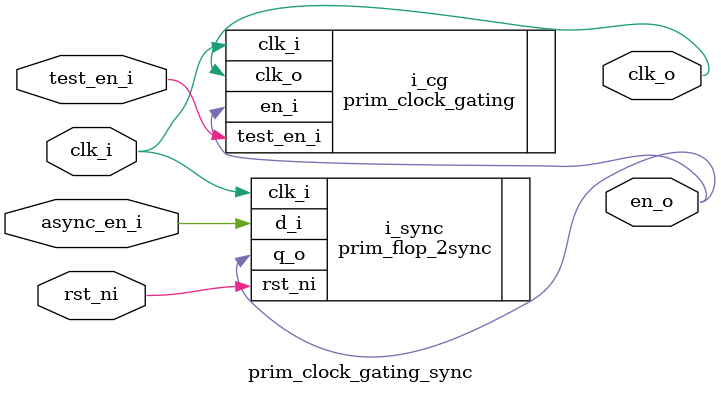
<source format=sv>

module prim_clock_gating_sync (
  input        clk_i,
  input        rst_ni,
  input        test_en_i,
  input        async_en_i,
  output logic en_o,
  output logic clk_o
);


  prim_flop_2sync #(
      .Width(1)
  ) i_sync (
      .clk_i,
      .rst_ni,
      .d_i(async_en_i),
      .q_o(en_o)
  );

  prim_clock_gating i_cg (
      .clk_i,
      .en_i(en_o),
      .test_en_i,
      .clk_o
  );


endmodule

</source>
